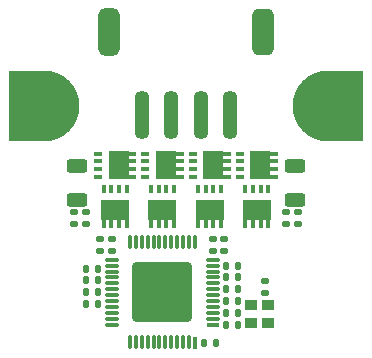
<source format=gbr>
%TF.GenerationSoftware,KiCad,Pcbnew,7.0.8-7.0.8~ubuntu22.04.1*%
%TF.CreationDate,2023-11-12T23:56:44-08:00*%
%TF.ProjectId,driver-tmc2160,64726976-6572-42d7-946d-63323136302e,rev?*%
%TF.SameCoordinates,Original*%
%TF.FileFunction,Soldermask,Top*%
%TF.FilePolarity,Negative*%
%FSLAX46Y46*%
G04 Gerber Fmt 4.6, Leading zero omitted, Abs format (unit mm)*
G04 Created by KiCad (PCBNEW 7.0.8-7.0.8~ubuntu22.04.1) date 2023-11-12 23:56:44*
%MOMM*%
%LPD*%
G01*
G04 APERTURE LIST*
G04 Aperture macros list*
%AMRoundRect*
0 Rectangle with rounded corners*
0 $1 Rounding radius*
0 $2 $3 $4 $5 $6 $7 $8 $9 X,Y pos of 4 corners*
0 Add a 4 corners polygon primitive as box body*
4,1,4,$2,$3,$4,$5,$6,$7,$8,$9,$2,$3,0*
0 Add four circle primitives for the rounded corners*
1,1,$1+$1,$2,$3*
1,1,$1+$1,$4,$5*
1,1,$1+$1,$6,$7*
1,1,$1+$1,$8,$9*
0 Add four rect primitives between the rounded corners*
20,1,$1+$1,$2,$3,$4,$5,0*
20,1,$1+$1,$4,$5,$6,$7,0*
20,1,$1+$1,$6,$7,$8,$9,0*
20,1,$1+$1,$8,$9,$2,$3,0*%
%AMFreePoly0*
4,1,31,3.000000,0.000000,2.979715,-0.348279,2.919135,-0.691848,2.819078,-1.026060,2.680898,-1.346398,2.506463,-1.648527,2.298133,-1.928363,2.058725,-2.182121,1.791476,-2.406370,1.500000,-2.598076,1.188239,-2.754648,0.860410,-2.873969,0.520945,-2.954423,0.174434,-2.994924,-0.174434,-2.994924,-0.520945,-2.954423,-0.860410,-2.873969,-1.188239,-2.754648,-1.500000,-2.598076,-1.791476,-2.406370,
-2.058725,-2.182121,-2.298133,-1.928363,-2.506463,-1.648527,-2.680898,-1.346398,-2.819078,-1.026060,-2.919135,-0.691848,-2.979715,-0.348279,-3.000000,0.000000,-3.000000,3.000000,3.000000,3.000000,3.000000,0.000000,3.000000,0.000000,$1*%
%AMFreePoly1*
4,1,18,-0.150000,0.475000,-0.144291,0.503701,-0.128033,0.528033,-0.103701,0.544291,-0.075000,0.550000,0.075000,0.550000,0.150000,0.475000,0.150000,-0.475000,0.144291,-0.503701,0.128033,-0.528033,0.103701,-0.544291,0.075000,-0.550000,-0.075000,-0.550000,-0.103701,-0.544291,-0.128033,-0.528033,-0.144291,-0.503701,-0.150000,-0.475000,-0.150000,0.475000,-0.150000,0.475000,$1*%
%AMFreePoly2*
4,1,18,-0.550000,0.075000,-0.544291,0.103701,-0.528033,0.128033,-0.503701,0.144291,-0.475000,0.150000,0.475000,0.150000,0.503701,0.144291,0.528033,0.128033,0.544291,0.103701,0.550000,0.075000,0.550000,-0.075000,0.544291,-0.103701,0.528033,-0.128033,0.503701,-0.144291,0.475000,-0.150000,-0.475000,-0.150000,-0.550000,-0.075000,-0.550000,0.075000,-0.550000,0.075000,$1*%
G04 Aperture macros list end*
%ADD10RoundRect,0.500000X0.125000X1.500000X-0.125000X1.500000X-0.125000X-1.500000X0.125000X-1.500000X0*%
%ADD11RoundRect,0.500000X0.400000X1.500000X-0.400000X1.500000X-0.400000X-1.500000X0.400000X-1.500000X0*%
%ADD12RoundRect,0.450000X0.450000X1.500000X-0.450000X1.500000X-0.450000X-1.500000X0.450000X-1.500000X0*%
%ADD13RoundRect,0.100000X-0.175000X-0.200000X0.175000X-0.200000X0.175000X0.200000X-0.175000X0.200000X0*%
%ADD14RoundRect,0.050000X-0.250000X0.150000X-0.250000X-0.150000X0.250000X-0.150000X0.250000X0.150000X0*%
%ADD15RoundRect,0.055714X-0.819286X1.169286X-0.819286X-1.169286X0.819286X-1.169286X0.819286X1.169286X0*%
%ADD16C,0.800000*%
%ADD17FreePoly0,270.000000*%
%ADD18RoundRect,0.100000X-0.400000X0.350000X-0.400000X-0.350000X0.400000X-0.350000X0.400000X0.350000X0*%
%ADD19RoundRect,0.100000X-0.200000X0.175000X-0.200000X-0.175000X0.200000X-0.175000X0.200000X0.175000X0*%
%ADD20RoundRect,0.100000X0.175000X0.200000X-0.175000X0.200000X-0.175000X-0.200000X0.175000X-0.200000X0*%
%ADD21RoundRect,0.100000X0.200000X-0.175000X0.200000X0.175000X-0.200000X0.175000X-0.200000X-0.175000X0*%
%ADD22RoundRect,0.050000X0.150000X0.250000X-0.150000X0.250000X-0.150000X-0.250000X0.150000X-0.250000X0*%
%ADD23RoundRect,0.055714X1.169286X0.819286X-1.169286X0.819286X-1.169286X-0.819286X1.169286X-0.819286X0*%
%ADD24FreePoly0,90.000000*%
%ADD25RoundRect,0.075000X-0.525000X-0.075000X0.525000X-0.075000X0.525000X0.075000X-0.525000X0.075000X0*%
%ADD26RoundRect,0.075000X-0.075000X-0.525000X0.075000X-0.525000X0.075000X0.525000X-0.075000X0.525000X0*%
%ADD27FreePoly1,0.000000*%
%ADD28FreePoly2,0.000000*%
%ADD29RoundRect,0.250000X-2.250000X-2.250000X2.250000X-2.250000X2.250000X2.250000X-2.250000X2.250000X0*%
%ADD30RoundRect,0.250000X-0.625000X0.312500X-0.625000X-0.312500X0.625000X-0.312500X0.625000X0.312500X0*%
G04 APERTURE END LIST*
D10*
%TO.C,M1*%
X138750000Y-65250000D03*
X136250000Y-65250000D03*
X133750000Y-65250000D03*
X131250000Y-65250000D03*
D11*
X128500000Y-58250000D03*
D12*
X141500000Y-58250000D03*
%TD*%
D13*
%TO.C,C7*%
X138400000Y-79000000D03*
X139400000Y-79000000D03*
%TD*%
D14*
%TO.C,Q8*%
X139550000Y-68525000D03*
X139550000Y-69175000D03*
X139550000Y-69825000D03*
X139550000Y-70475000D03*
X142450000Y-70475000D03*
X142450000Y-69825000D03*
X142450000Y-69175000D03*
X142450000Y-68525000D03*
D15*
X141300000Y-69500000D03*
%TD*%
D14*
%TO.C,Q4*%
X131550000Y-68525000D03*
X131550000Y-69175000D03*
X131550000Y-69825000D03*
X131550000Y-70475000D03*
X134450000Y-70475000D03*
X134450000Y-69825000D03*
X134450000Y-69175000D03*
X134450000Y-68525000D03*
D15*
X133300000Y-69500000D03*
%TD*%
D16*
%TO.C,H2*%
X147000000Y-62100000D03*
X148697056Y-62802944D03*
X145302944Y-62802944D03*
X149400000Y-64500000D03*
D17*
X147000000Y-64500000D03*
D16*
X144600000Y-64500000D03*
X148697056Y-66197056D03*
X145302944Y-66197056D03*
X147000000Y-66900000D03*
%TD*%
D18*
%TO.C,D1*%
X140500000Y-82850000D03*
X140500000Y-81350000D03*
%TD*%
D19*
%TO.C,R12*%
X144500000Y-73500000D03*
X144500000Y-74500000D03*
%TD*%
D20*
%TO.C,C5*%
X139400000Y-81000000D03*
X138400000Y-81000000D03*
%TD*%
D19*
%TO.C,R8*%
X126500000Y-73500000D03*
X126500000Y-74500000D03*
%TD*%
D21*
%TO.C,C8*%
X127750000Y-76750000D03*
X127750000Y-75750000D03*
%TD*%
D22*
%TO.C,Q5*%
X137975000Y-71550000D03*
X137325000Y-71550000D03*
X136675000Y-71550000D03*
X136025000Y-71550000D03*
X136025000Y-74450000D03*
X136675000Y-74450000D03*
X137325000Y-74450000D03*
X137975000Y-74450000D03*
D23*
X137000000Y-73300000D03*
%TD*%
D22*
%TO.C,Q1*%
X129975000Y-71550000D03*
X129325000Y-71550000D03*
X128675000Y-71550000D03*
X128025000Y-71550000D03*
X128025000Y-74450000D03*
X128675000Y-74450000D03*
X129325000Y-74450000D03*
X129975000Y-74450000D03*
D23*
X129000000Y-73300000D03*
%TD*%
D19*
%TO.C,R9*%
X125500000Y-73500000D03*
X125500000Y-74500000D03*
%TD*%
D13*
%TO.C,C2*%
X138400000Y-80000000D03*
X139400000Y-80000000D03*
%TD*%
D20*
%TO.C,R4*%
X127550000Y-80250000D03*
X126550000Y-80250000D03*
%TD*%
%TO.C,C6*%
X127550000Y-78250000D03*
X126550000Y-78250000D03*
%TD*%
%TO.C,R3*%
X127550000Y-81250000D03*
X126550000Y-81250000D03*
%TD*%
D13*
%TO.C,C4*%
X126550000Y-79250000D03*
X127550000Y-79250000D03*
%TD*%
D16*
%TO.C,H1*%
X123000000Y-66900000D03*
X121302944Y-66197056D03*
X124697056Y-66197056D03*
X120600000Y-64500000D03*
D24*
X123000000Y-64500000D03*
D16*
X125400000Y-64500000D03*
X121302944Y-62802944D03*
X124697056Y-62802944D03*
X123000000Y-62100000D03*
%TD*%
D21*
%TO.C,C11*%
X138250000Y-76750000D03*
X138250000Y-75750000D03*
%TD*%
D14*
%TO.C,Q2*%
X127550000Y-68525000D03*
X127550000Y-69175000D03*
X127550000Y-69825000D03*
X127550000Y-70475000D03*
X130450000Y-70475000D03*
X130450000Y-69825000D03*
X130450000Y-69175000D03*
X130450000Y-68525000D03*
D15*
X129300000Y-69500000D03*
%TD*%
D18*
%TO.C,D2*%
X141900000Y-81350000D03*
X141900000Y-82850000D03*
%TD*%
D21*
%TO.C,R16*%
X141700000Y-80300000D03*
X141700000Y-79300000D03*
%TD*%
D25*
%TO.C,U1*%
X128750000Y-77500000D03*
X128750000Y-78000000D03*
X128750000Y-78500000D03*
X128750000Y-79000000D03*
X128750000Y-79500000D03*
X128750000Y-80000000D03*
X128750000Y-80500000D03*
X128750000Y-81000000D03*
X128750000Y-81500000D03*
X128750000Y-82000000D03*
X128750000Y-82500000D03*
X128750000Y-83000000D03*
D26*
X130250000Y-84500000D03*
X130750000Y-84500000D03*
X131250000Y-84500000D03*
X131750000Y-84500000D03*
X132250000Y-84500000D03*
X132750000Y-84500000D03*
X133250000Y-84500000D03*
X133750000Y-84500000D03*
X134250000Y-84500000D03*
X134750000Y-84500000D03*
X135250000Y-84500000D03*
D27*
X135750000Y-84550000D03*
D28*
X137300000Y-83000000D03*
D25*
X137250000Y-82500000D03*
X137250000Y-82000000D03*
X137250000Y-81500000D03*
X137250000Y-81000000D03*
X137250000Y-80500000D03*
X137250000Y-80000000D03*
X137250000Y-79500000D03*
X137250000Y-79000000D03*
X137250000Y-78500000D03*
X137250000Y-78000000D03*
X137250000Y-77500000D03*
D26*
X135750000Y-76000000D03*
X135250000Y-76000000D03*
X134750000Y-76000000D03*
X134250000Y-76000000D03*
X133750000Y-76000000D03*
X133250000Y-76000000D03*
X132750000Y-76000000D03*
X132250000Y-76000000D03*
X131750000Y-76000000D03*
X131250000Y-76000000D03*
X130750000Y-76000000D03*
X130250000Y-76000000D03*
D29*
X133000000Y-80250000D03*
%TD*%
D21*
%TO.C,C9*%
X128750000Y-76750000D03*
X128750000Y-75750000D03*
%TD*%
D22*
%TO.C,Q3*%
X133975000Y-71550000D03*
X133325000Y-71550000D03*
X132675000Y-71550000D03*
X132025000Y-71550000D03*
X132025000Y-74450000D03*
X132675000Y-74450000D03*
X133325000Y-74450000D03*
X133975000Y-74450000D03*
D23*
X133000000Y-73300000D03*
%TD*%
D19*
%TO.C,R11*%
X143500000Y-73500000D03*
X143500000Y-74500000D03*
%TD*%
D22*
%TO.C,Q7*%
X141975000Y-71550000D03*
X141325000Y-71550000D03*
X140675000Y-71550000D03*
X140025000Y-71550000D03*
X140025000Y-74450000D03*
X140675000Y-74450000D03*
X141325000Y-74450000D03*
X141975000Y-74450000D03*
D23*
X141000000Y-73300000D03*
%TD*%
D30*
%TO.C,R13*%
X144250000Y-69537500D03*
X144250000Y-72462500D03*
%TD*%
D14*
%TO.C,Q6*%
X135550000Y-68525000D03*
X135550000Y-69175000D03*
X135550000Y-69825000D03*
X135550000Y-70475000D03*
X138450000Y-70475000D03*
X138450000Y-69825000D03*
X138450000Y-69175000D03*
X138450000Y-68525000D03*
D15*
X137300000Y-69500000D03*
%TD*%
D20*
%TO.C,C3*%
X137500000Y-84550000D03*
X136500000Y-84550000D03*
%TD*%
%TO.C,R1*%
X139400000Y-82000000D03*
X138400000Y-82000000D03*
%TD*%
D21*
%TO.C,C10*%
X137250000Y-76750000D03*
X137250000Y-75750000D03*
%TD*%
D20*
%TO.C,R2*%
X139400000Y-83000000D03*
X138400000Y-83000000D03*
%TD*%
D30*
%TO.C,R10*%
X125750000Y-69537500D03*
X125750000Y-72462500D03*
%TD*%
D13*
%TO.C,C1*%
X138400000Y-78000000D03*
X139400000Y-78000000D03*
%TD*%
M02*

</source>
